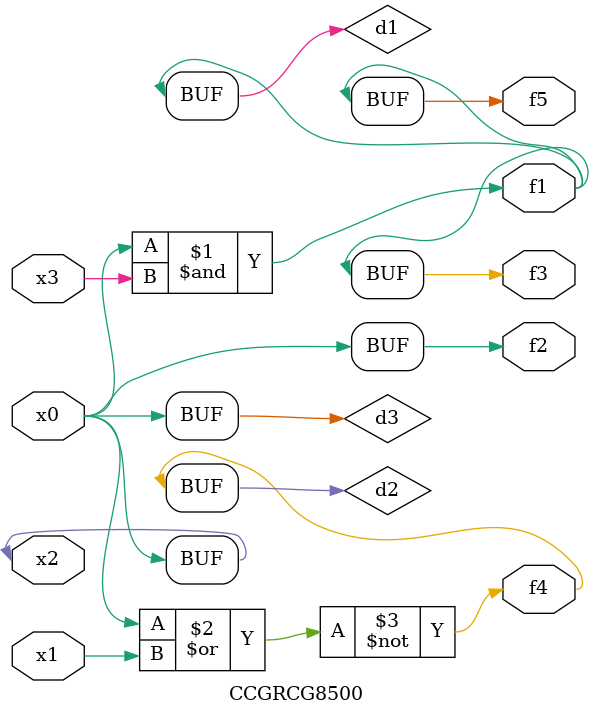
<source format=v>
module CCGRCG8500(
	input x0, x1, x2, x3,
	output f1, f2, f3, f4, f5
);

	wire d1, d2, d3;

	and (d1, x2, x3);
	nor (d2, x0, x1);
	buf (d3, x0, x2);
	assign f1 = d1;
	assign f2 = d3;
	assign f3 = d1;
	assign f4 = d2;
	assign f5 = d1;
endmodule

</source>
